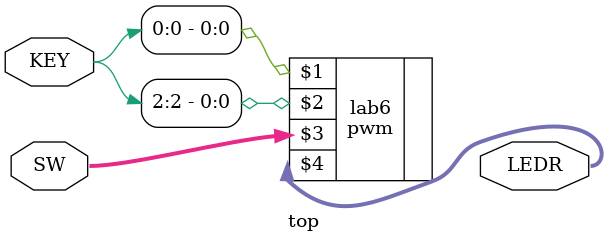
<source format=v>
module top (SW, KEY, LEDR);

    input wire [9:0] SW;        // DE-series switches
    input wire [3:0] KEY;       // DE-series pushbuttons

    output wire [9:0] LEDR;     // DE-series LEDs   

    pwm lab6 (KEY[0], KEY[2], SW, LEDR);
 
endmodule


</source>
